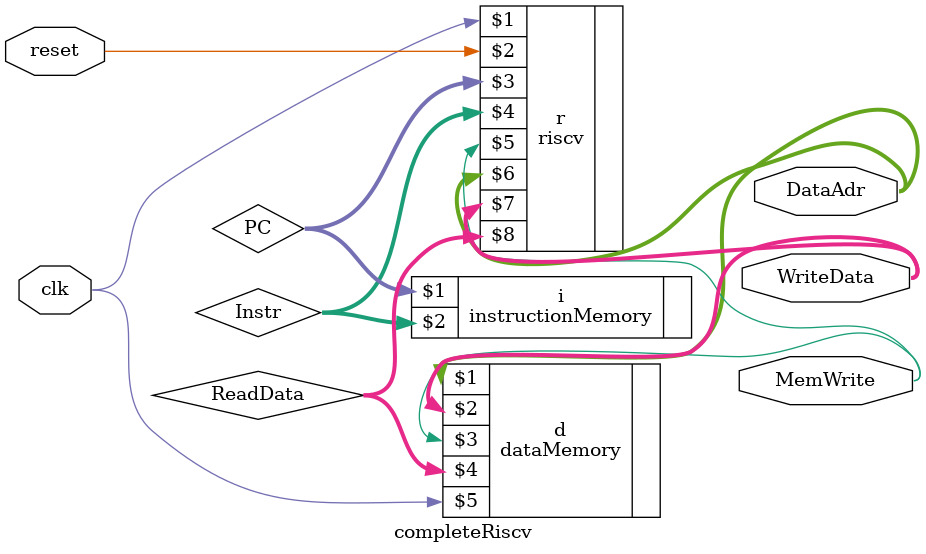
<source format=v>
`include "instructionMemory.v"
`include "dataMemory.v"
`include "riscv.v"

module completeRiscv(clk, reset, WriteData, DataAdr,MemWrite);

    input clk, reset;
    output [31:0] WriteData, DataAdr; 
    output MemWrite;

    wire [31:0] PC, Instr, ReadData;
  
    riscv r(clk, reset,PC,Instr,MemWrite, DataAdr, WriteData,ReadData);
    instructionMemory i( PC, Instr);
    dataMemory d(DataAdr, WriteData,MemWrite,ReadData,clk);

endmodule
</source>
